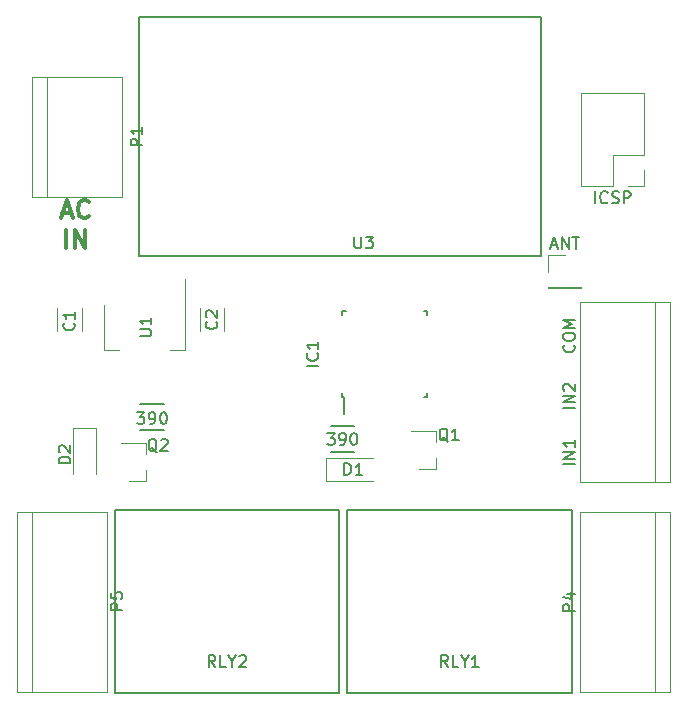
<source format=gto>
G04 #@! TF.FileFunction,Legend,Top*
%FSLAX46Y46*%
G04 Gerber Fmt 4.6, Leading zero omitted, Abs format (unit mm)*
G04 Created by KiCad (PCBNEW 4.0.5-e0-6337~49~ubuntu16.04.1) date Mon Jan 23 08:36:28 2017*
%MOMM*%
%LPD*%
G01*
G04 APERTURE LIST*
%ADD10C,0.100000*%
%ADD11C,0.300000*%
%ADD12C,0.120000*%
%ADD13C,0.150000*%
G04 APERTURE END LIST*
D10*
D11*
X109255857Y-80382000D02*
X109970143Y-80382000D01*
X109113000Y-80810571D02*
X109613000Y-79310571D01*
X110113000Y-80810571D01*
X111470143Y-80667714D02*
X111398714Y-80739143D01*
X111184428Y-80810571D01*
X111041571Y-80810571D01*
X110827286Y-80739143D01*
X110684428Y-80596286D01*
X110613000Y-80453429D01*
X110541571Y-80167714D01*
X110541571Y-79953429D01*
X110613000Y-79667714D01*
X110684428Y-79524857D01*
X110827286Y-79382000D01*
X111041571Y-79310571D01*
X111184428Y-79310571D01*
X111398714Y-79382000D01*
X111470143Y-79453429D01*
X109577286Y-83360571D02*
X109577286Y-81860571D01*
X110291572Y-83360571D02*
X110291572Y-81860571D01*
X111148715Y-83360571D01*
X111148715Y-81860571D01*
D12*
X108830000Y-88408000D02*
X108830000Y-90408000D01*
X110880000Y-90408000D02*
X110880000Y-88408000D01*
X120895000Y-88408000D02*
X120895000Y-90408000D01*
X122945000Y-90408000D02*
X122945000Y-88408000D01*
D13*
X133125000Y-95954000D02*
X133125000Y-97379000D01*
X132900000Y-88704000D02*
X132900000Y-89029000D01*
X140150000Y-88704000D02*
X140150000Y-89029000D01*
X140150000Y-95954000D02*
X140150000Y-95629000D01*
X132900000Y-95954000D02*
X132900000Y-95629000D01*
X140150000Y-95954000D02*
X139825000Y-95954000D01*
X140150000Y-88704000D02*
X139825000Y-88704000D01*
X132900000Y-88704000D02*
X133225000Y-88704000D01*
X132900000Y-95954000D02*
X133125000Y-95954000D01*
D12*
X106680000Y-68834000D02*
X106680000Y-78994000D01*
X114300000Y-68834000D02*
X106680000Y-68834000D01*
X114300000Y-78994000D02*
X114300000Y-68834000D01*
X106680000Y-78994000D02*
X114300000Y-78994000D01*
X107950000Y-78994000D02*
X107950000Y-68834000D01*
X150375000Y-83954000D02*
X151765000Y-83954000D01*
X150375000Y-85344000D02*
X150375000Y-83954000D01*
X153155000Y-86614000D02*
X150375000Y-86614000D01*
X153155000Y-86734000D02*
X153155000Y-86614000D01*
X150375000Y-86734000D02*
X153155000Y-86734000D01*
X150375000Y-86614000D02*
X150375000Y-86734000D01*
X158489000Y-78098000D02*
X157099000Y-78098000D01*
X158489000Y-76708000D02*
X158489000Y-78098000D01*
X155829000Y-75438000D02*
X158489000Y-75438000D01*
X155829000Y-78098000D02*
X155829000Y-75438000D01*
X153169000Y-78098000D02*
X155829000Y-78098000D01*
X153169000Y-70238000D02*
X153169000Y-78098000D01*
X158489000Y-70238000D02*
X153169000Y-70238000D01*
X158489000Y-75438000D02*
X158489000Y-70238000D01*
X160655000Y-120904000D02*
X153035000Y-120904000D01*
X160655000Y-105664000D02*
X153035000Y-105664000D01*
X159385000Y-120904000D02*
X159385000Y-105664000D01*
X153035000Y-120904000D02*
X153035000Y-105664000D01*
X160655000Y-120904000D02*
X160655000Y-105664000D01*
X105410000Y-105664000D02*
X105410000Y-120904000D01*
X113030000Y-105664000D02*
X113030000Y-120904000D01*
X106680000Y-105664000D02*
X106680000Y-120904000D01*
X105410000Y-120904000D02*
X113030000Y-120904000D01*
X105410000Y-105664000D02*
X113030000Y-105664000D01*
X160655000Y-103124000D02*
X160655000Y-87884000D01*
X153035000Y-103124000D02*
X153035000Y-87884000D01*
X159385000Y-103124000D02*
X159385000Y-87884000D01*
X160655000Y-87884000D02*
X153035000Y-87884000D01*
X160655000Y-103124000D02*
X153035000Y-103124000D01*
X140904500Y-102037000D02*
X140904500Y-101107000D01*
X140904500Y-98877000D02*
X140904500Y-99807000D01*
X140904500Y-98877000D02*
X138744500Y-98877000D01*
X140904500Y-102037000D02*
X139444500Y-102037000D01*
X116330000Y-103053000D02*
X114870000Y-103053000D01*
X116330000Y-99893000D02*
X114170000Y-99893000D01*
X116330000Y-99893000D02*
X116330000Y-100823000D01*
X116330000Y-103053000D02*
X116330000Y-102123000D01*
D13*
X131969000Y-98429500D02*
X133969000Y-98429500D01*
X133969000Y-100579500D02*
X131969000Y-100579500D01*
X115840000Y-96588000D02*
X117840000Y-96588000D01*
X117840000Y-98738000D02*
X115840000Y-98738000D01*
X133375000Y-105534000D02*
X152375000Y-105534000D01*
X152375000Y-105534000D02*
X152375000Y-121034000D01*
X152375000Y-121034000D02*
X133375000Y-121034000D01*
X133375000Y-121034000D02*
X133375000Y-105534000D01*
X132690000Y-105534000D02*
X132690000Y-121034000D01*
X113690000Y-105534000D02*
X132690000Y-105534000D01*
X113690000Y-121034000D02*
X113690000Y-105534000D01*
X132690000Y-121034000D02*
X113690000Y-121034000D01*
D12*
X119615000Y-85943000D02*
X119615000Y-91953000D01*
X112795000Y-88193000D02*
X112795000Y-91953000D01*
X119615000Y-91953000D02*
X118355000Y-91953000D01*
X112795000Y-91953000D02*
X114055000Y-91953000D01*
D13*
X115731001Y-84021001D02*
X149731001Y-84021001D01*
X149731001Y-63821001D02*
X115731001Y-63821001D01*
X149731001Y-63821001D02*
X149731001Y-84021001D01*
X115731001Y-84021001D02*
X115731001Y-63821001D01*
D12*
X131608000Y-101108000D02*
X131608000Y-103108000D01*
X131608000Y-103108000D02*
X135508000Y-103108000D01*
X131608000Y-101108000D02*
X135508000Y-101108000D01*
X112125000Y-98588000D02*
X112125000Y-102488000D01*
X110125000Y-98588000D02*
X110125000Y-102488000D01*
X112125000Y-98588000D02*
X110125000Y-98588000D01*
D13*
X110212143Y-89701666D02*
X110259762Y-89749285D01*
X110307381Y-89892142D01*
X110307381Y-89987380D01*
X110259762Y-90130238D01*
X110164524Y-90225476D01*
X110069286Y-90273095D01*
X109878810Y-90320714D01*
X109735952Y-90320714D01*
X109545476Y-90273095D01*
X109450238Y-90225476D01*
X109355000Y-90130238D01*
X109307381Y-89987380D01*
X109307381Y-89892142D01*
X109355000Y-89749285D01*
X109402619Y-89701666D01*
X110307381Y-88749285D02*
X110307381Y-89320714D01*
X110307381Y-89035000D02*
X109307381Y-89035000D01*
X109450238Y-89130238D01*
X109545476Y-89225476D01*
X109593095Y-89320714D01*
X122277143Y-89574666D02*
X122324762Y-89622285D01*
X122372381Y-89765142D01*
X122372381Y-89860380D01*
X122324762Y-90003238D01*
X122229524Y-90098476D01*
X122134286Y-90146095D01*
X121943810Y-90193714D01*
X121800952Y-90193714D01*
X121610476Y-90146095D01*
X121515238Y-90098476D01*
X121420000Y-90003238D01*
X121372381Y-89860380D01*
X121372381Y-89765142D01*
X121420000Y-89622285D01*
X121467619Y-89574666D01*
X121467619Y-89193714D02*
X121420000Y-89146095D01*
X121372381Y-89050857D01*
X121372381Y-88812761D01*
X121420000Y-88717523D01*
X121467619Y-88669904D01*
X121562857Y-88622285D01*
X121658095Y-88622285D01*
X121800952Y-88669904D01*
X122372381Y-89241333D01*
X122372381Y-88622285D01*
X130927381Y-93305190D02*
X129927381Y-93305190D01*
X130832143Y-92257571D02*
X130879762Y-92305190D01*
X130927381Y-92448047D01*
X130927381Y-92543285D01*
X130879762Y-92686143D01*
X130784524Y-92781381D01*
X130689286Y-92829000D01*
X130498810Y-92876619D01*
X130355952Y-92876619D01*
X130165476Y-92829000D01*
X130070238Y-92781381D01*
X129975000Y-92686143D01*
X129927381Y-92543285D01*
X129927381Y-92448047D01*
X129975000Y-92305190D01*
X130022619Y-92257571D01*
X130927381Y-91305190D02*
X130927381Y-91876619D01*
X130927381Y-91590905D02*
X129927381Y-91590905D01*
X130070238Y-91686143D01*
X130165476Y-91781381D01*
X130213095Y-91876619D01*
X116022381Y-74652095D02*
X115022381Y-74652095D01*
X115022381Y-74271142D01*
X115070000Y-74175904D01*
X115117619Y-74128285D01*
X115212857Y-74080666D01*
X115355714Y-74080666D01*
X115450952Y-74128285D01*
X115498571Y-74175904D01*
X115546190Y-74271142D01*
X115546190Y-74652095D01*
X116022381Y-73128285D02*
X116022381Y-73699714D01*
X116022381Y-73414000D02*
X115022381Y-73414000D01*
X115165238Y-73509238D01*
X115260476Y-73604476D01*
X115308095Y-73699714D01*
X150622143Y-83120667D02*
X151098334Y-83120667D01*
X150526905Y-83406381D02*
X150860238Y-82406381D01*
X151193572Y-83406381D01*
X151526905Y-83406381D02*
X151526905Y-82406381D01*
X152098334Y-83406381D01*
X152098334Y-82406381D01*
X152431667Y-82406381D02*
X153003096Y-82406381D01*
X152717381Y-83406381D02*
X152717381Y-82406381D01*
X154352810Y-79550381D02*
X154352810Y-78550381D01*
X155400429Y-79455143D02*
X155352810Y-79502762D01*
X155209953Y-79550381D01*
X155114715Y-79550381D01*
X154971857Y-79502762D01*
X154876619Y-79407524D01*
X154829000Y-79312286D01*
X154781381Y-79121810D01*
X154781381Y-78978952D01*
X154829000Y-78788476D01*
X154876619Y-78693238D01*
X154971857Y-78598000D01*
X155114715Y-78550381D01*
X155209953Y-78550381D01*
X155352810Y-78598000D01*
X155400429Y-78645619D01*
X155781381Y-79502762D02*
X155924238Y-79550381D01*
X156162334Y-79550381D01*
X156257572Y-79502762D01*
X156305191Y-79455143D01*
X156352810Y-79359905D01*
X156352810Y-79264667D01*
X156305191Y-79169429D01*
X156257572Y-79121810D01*
X156162334Y-79074190D01*
X155971857Y-79026571D01*
X155876619Y-78978952D01*
X155829000Y-78931333D01*
X155781381Y-78836095D01*
X155781381Y-78740857D01*
X155829000Y-78645619D01*
X155876619Y-78598000D01*
X155971857Y-78550381D01*
X156209953Y-78550381D01*
X156352810Y-78598000D01*
X156781381Y-79550381D02*
X156781381Y-78550381D01*
X157162334Y-78550381D01*
X157257572Y-78598000D01*
X157305191Y-78645619D01*
X157352810Y-78740857D01*
X157352810Y-78883714D01*
X157305191Y-78978952D01*
X157257572Y-79026571D01*
X157162334Y-79074190D01*
X156781381Y-79074190D01*
X152647381Y-114052095D02*
X151647381Y-114052095D01*
X151647381Y-113671142D01*
X151695000Y-113575904D01*
X151742619Y-113528285D01*
X151837857Y-113480666D01*
X151980714Y-113480666D01*
X152075952Y-113528285D01*
X152123571Y-113575904D01*
X152171190Y-113671142D01*
X152171190Y-114052095D01*
X151980714Y-112623523D02*
X152647381Y-112623523D01*
X151599762Y-112861619D02*
X152314048Y-113099714D01*
X152314048Y-112480666D01*
X114322381Y-113992095D02*
X113322381Y-113992095D01*
X113322381Y-113611142D01*
X113370000Y-113515904D01*
X113417619Y-113468285D01*
X113512857Y-113420666D01*
X113655714Y-113420666D01*
X113750952Y-113468285D01*
X113798571Y-113515904D01*
X113846190Y-113611142D01*
X113846190Y-113992095D01*
X113322381Y-112515904D02*
X113322381Y-112992095D01*
X113798571Y-113039714D01*
X113750952Y-112992095D01*
X113703333Y-112896857D01*
X113703333Y-112658761D01*
X113750952Y-112563523D01*
X113798571Y-112515904D01*
X113893810Y-112468285D01*
X114131905Y-112468285D01*
X114227143Y-112515904D01*
X114274762Y-112563523D01*
X114322381Y-112658761D01*
X114322381Y-112896857D01*
X114274762Y-112992095D01*
X114227143Y-113039714D01*
X152647381Y-101653048D02*
X151647381Y-101653048D01*
X152647381Y-101176858D02*
X151647381Y-101176858D01*
X152647381Y-100605429D01*
X151647381Y-100605429D01*
X152647381Y-99605429D02*
X152647381Y-100176858D01*
X152647381Y-99891144D02*
X151647381Y-99891144D01*
X151790238Y-99986382D01*
X151885476Y-100081620D01*
X151933095Y-100176858D01*
X152647381Y-96891143D02*
X151647381Y-96891143D01*
X152647381Y-96414953D02*
X151647381Y-96414953D01*
X152647381Y-95843524D01*
X151647381Y-95843524D01*
X151742619Y-95414953D02*
X151695000Y-95367334D01*
X151647381Y-95272096D01*
X151647381Y-95034000D01*
X151695000Y-94938762D01*
X151742619Y-94891143D01*
X151837857Y-94843524D01*
X151933095Y-94843524D01*
X152075952Y-94891143D01*
X152647381Y-95462572D01*
X152647381Y-94843524D01*
X152552143Y-91557809D02*
X152599762Y-91605428D01*
X152647381Y-91748285D01*
X152647381Y-91843523D01*
X152599762Y-91986381D01*
X152504524Y-92081619D01*
X152409286Y-92129238D01*
X152218810Y-92176857D01*
X152075952Y-92176857D01*
X151885476Y-92129238D01*
X151790238Y-92081619D01*
X151695000Y-91986381D01*
X151647381Y-91843523D01*
X151647381Y-91748285D01*
X151695000Y-91605428D01*
X151742619Y-91557809D01*
X151647381Y-90938762D02*
X151647381Y-90748285D01*
X151695000Y-90653047D01*
X151790238Y-90557809D01*
X151980714Y-90510190D01*
X152314048Y-90510190D01*
X152504524Y-90557809D01*
X152599762Y-90653047D01*
X152647381Y-90748285D01*
X152647381Y-90938762D01*
X152599762Y-91034000D01*
X152504524Y-91129238D01*
X152314048Y-91176857D01*
X151980714Y-91176857D01*
X151790238Y-91129238D01*
X151695000Y-91034000D01*
X151647381Y-90938762D01*
X152647381Y-90081619D02*
X151647381Y-90081619D01*
X152361667Y-89748285D01*
X151647381Y-89414952D01*
X152647381Y-89414952D01*
X141890762Y-99734619D02*
X141795524Y-99687000D01*
X141700286Y-99591762D01*
X141557429Y-99448905D01*
X141462190Y-99401286D01*
X141366952Y-99401286D01*
X141414571Y-99639381D02*
X141319333Y-99591762D01*
X141224095Y-99496524D01*
X141176476Y-99306048D01*
X141176476Y-98972714D01*
X141224095Y-98782238D01*
X141319333Y-98687000D01*
X141414571Y-98639381D01*
X141605048Y-98639381D01*
X141700286Y-98687000D01*
X141795524Y-98782238D01*
X141843143Y-98972714D01*
X141843143Y-99306048D01*
X141795524Y-99496524D01*
X141700286Y-99591762D01*
X141605048Y-99639381D01*
X141414571Y-99639381D01*
X142795524Y-99639381D02*
X142224095Y-99639381D01*
X142509809Y-99639381D02*
X142509809Y-98639381D01*
X142414571Y-98782238D01*
X142319333Y-98877476D01*
X142224095Y-98925095D01*
X117252762Y-100623619D02*
X117157524Y-100576000D01*
X117062286Y-100480762D01*
X116919429Y-100337905D01*
X116824190Y-100290286D01*
X116728952Y-100290286D01*
X116776571Y-100528381D02*
X116681333Y-100480762D01*
X116586095Y-100385524D01*
X116538476Y-100195048D01*
X116538476Y-99861714D01*
X116586095Y-99671238D01*
X116681333Y-99576000D01*
X116776571Y-99528381D01*
X116967048Y-99528381D01*
X117062286Y-99576000D01*
X117157524Y-99671238D01*
X117205143Y-99861714D01*
X117205143Y-100195048D01*
X117157524Y-100385524D01*
X117062286Y-100480762D01*
X116967048Y-100528381D01*
X116776571Y-100528381D01*
X117586095Y-99623619D02*
X117633714Y-99576000D01*
X117728952Y-99528381D01*
X117967048Y-99528381D01*
X118062286Y-99576000D01*
X118109905Y-99623619D01*
X118157524Y-99718857D01*
X118157524Y-99814095D01*
X118109905Y-99956952D01*
X117538476Y-100528381D01*
X118157524Y-100528381D01*
X131683286Y-99020381D02*
X132302334Y-99020381D01*
X131969000Y-99401333D01*
X132111858Y-99401333D01*
X132207096Y-99448952D01*
X132254715Y-99496571D01*
X132302334Y-99591810D01*
X132302334Y-99829905D01*
X132254715Y-99925143D01*
X132207096Y-99972762D01*
X132111858Y-100020381D01*
X131826143Y-100020381D01*
X131730905Y-99972762D01*
X131683286Y-99925143D01*
X132778524Y-100020381D02*
X132969000Y-100020381D01*
X133064239Y-99972762D01*
X133111858Y-99925143D01*
X133207096Y-99782286D01*
X133254715Y-99591810D01*
X133254715Y-99210857D01*
X133207096Y-99115619D01*
X133159477Y-99068000D01*
X133064239Y-99020381D01*
X132873762Y-99020381D01*
X132778524Y-99068000D01*
X132730905Y-99115619D01*
X132683286Y-99210857D01*
X132683286Y-99448952D01*
X132730905Y-99544190D01*
X132778524Y-99591810D01*
X132873762Y-99639429D01*
X133064239Y-99639429D01*
X133159477Y-99591810D01*
X133207096Y-99544190D01*
X133254715Y-99448952D01*
X133873762Y-99020381D02*
X133969001Y-99020381D01*
X134064239Y-99068000D01*
X134111858Y-99115619D01*
X134159477Y-99210857D01*
X134207096Y-99401333D01*
X134207096Y-99639429D01*
X134159477Y-99829905D01*
X134111858Y-99925143D01*
X134064239Y-99972762D01*
X133969001Y-100020381D01*
X133873762Y-100020381D01*
X133778524Y-99972762D01*
X133730905Y-99925143D01*
X133683286Y-99829905D01*
X133635667Y-99639429D01*
X133635667Y-99401333D01*
X133683286Y-99210857D01*
X133730905Y-99115619D01*
X133778524Y-99068000D01*
X133873762Y-99020381D01*
X115554286Y-97242381D02*
X116173334Y-97242381D01*
X115840000Y-97623333D01*
X115982858Y-97623333D01*
X116078096Y-97670952D01*
X116125715Y-97718571D01*
X116173334Y-97813810D01*
X116173334Y-98051905D01*
X116125715Y-98147143D01*
X116078096Y-98194762D01*
X115982858Y-98242381D01*
X115697143Y-98242381D01*
X115601905Y-98194762D01*
X115554286Y-98147143D01*
X116649524Y-98242381D02*
X116840000Y-98242381D01*
X116935239Y-98194762D01*
X116982858Y-98147143D01*
X117078096Y-98004286D01*
X117125715Y-97813810D01*
X117125715Y-97432857D01*
X117078096Y-97337619D01*
X117030477Y-97290000D01*
X116935239Y-97242381D01*
X116744762Y-97242381D01*
X116649524Y-97290000D01*
X116601905Y-97337619D01*
X116554286Y-97432857D01*
X116554286Y-97670952D01*
X116601905Y-97766190D01*
X116649524Y-97813810D01*
X116744762Y-97861429D01*
X116935239Y-97861429D01*
X117030477Y-97813810D01*
X117078096Y-97766190D01*
X117125715Y-97670952D01*
X117744762Y-97242381D02*
X117840001Y-97242381D01*
X117935239Y-97290000D01*
X117982858Y-97337619D01*
X118030477Y-97432857D01*
X118078096Y-97623333D01*
X118078096Y-97861429D01*
X118030477Y-98051905D01*
X117982858Y-98147143D01*
X117935239Y-98194762D01*
X117840001Y-98242381D01*
X117744762Y-98242381D01*
X117649524Y-98194762D01*
X117601905Y-98147143D01*
X117554286Y-98051905D01*
X117506667Y-97861429D01*
X117506667Y-97623333D01*
X117554286Y-97432857D01*
X117601905Y-97337619D01*
X117649524Y-97290000D01*
X117744762Y-97242381D01*
X141875000Y-118816381D02*
X141541666Y-118340190D01*
X141303571Y-118816381D02*
X141303571Y-117816381D01*
X141684524Y-117816381D01*
X141779762Y-117864000D01*
X141827381Y-117911619D01*
X141875000Y-118006857D01*
X141875000Y-118149714D01*
X141827381Y-118244952D01*
X141779762Y-118292571D01*
X141684524Y-118340190D01*
X141303571Y-118340190D01*
X142779762Y-118816381D02*
X142303571Y-118816381D01*
X142303571Y-117816381D01*
X143303571Y-118340190D02*
X143303571Y-118816381D01*
X142970238Y-117816381D02*
X143303571Y-118340190D01*
X143636905Y-117816381D01*
X144494048Y-118816381D02*
X143922619Y-118816381D01*
X144208333Y-118816381D02*
X144208333Y-117816381D01*
X144113095Y-117959238D01*
X144017857Y-118054476D01*
X143922619Y-118102095D01*
X122190000Y-118816381D02*
X121856666Y-118340190D01*
X121618571Y-118816381D02*
X121618571Y-117816381D01*
X121999524Y-117816381D01*
X122094762Y-117864000D01*
X122142381Y-117911619D01*
X122190000Y-118006857D01*
X122190000Y-118149714D01*
X122142381Y-118244952D01*
X122094762Y-118292571D01*
X121999524Y-118340190D01*
X121618571Y-118340190D01*
X123094762Y-118816381D02*
X122618571Y-118816381D01*
X122618571Y-117816381D01*
X123618571Y-118340190D02*
X123618571Y-118816381D01*
X123285238Y-117816381D02*
X123618571Y-118340190D01*
X123951905Y-117816381D01*
X124237619Y-117911619D02*
X124285238Y-117864000D01*
X124380476Y-117816381D01*
X124618572Y-117816381D01*
X124713810Y-117864000D01*
X124761429Y-117911619D01*
X124809048Y-118006857D01*
X124809048Y-118102095D01*
X124761429Y-118244952D01*
X124190000Y-118816381D01*
X124809048Y-118816381D01*
X115784381Y-90804905D02*
X116593905Y-90804905D01*
X116689143Y-90757286D01*
X116736762Y-90709667D01*
X116784381Y-90614429D01*
X116784381Y-90423952D01*
X116736762Y-90328714D01*
X116689143Y-90281095D01*
X116593905Y-90233476D01*
X115784381Y-90233476D01*
X116784381Y-89233476D02*
X116784381Y-89804905D01*
X116784381Y-89519191D02*
X115784381Y-89519191D01*
X115927238Y-89614429D01*
X116022476Y-89709667D01*
X116070095Y-89804905D01*
X133969096Y-82373382D02*
X133969096Y-83182906D01*
X134016715Y-83278144D01*
X134064334Y-83325763D01*
X134159572Y-83373382D01*
X134350049Y-83373382D01*
X134445287Y-83325763D01*
X134492906Y-83278144D01*
X134540525Y-83182906D01*
X134540525Y-82373382D01*
X134921477Y-82373382D02*
X135540525Y-82373382D01*
X135207191Y-82754334D01*
X135350049Y-82754334D01*
X135445287Y-82801953D01*
X135492906Y-82849572D01*
X135540525Y-82944811D01*
X135540525Y-83182906D01*
X135492906Y-83278144D01*
X135445287Y-83325763D01*
X135350049Y-83373382D01*
X135064334Y-83373382D01*
X134969096Y-83325763D01*
X134921477Y-83278144D01*
X133119905Y-102560381D02*
X133119905Y-101560381D01*
X133358000Y-101560381D01*
X133500858Y-101608000D01*
X133596096Y-101703238D01*
X133643715Y-101798476D01*
X133691334Y-101988952D01*
X133691334Y-102131810D01*
X133643715Y-102322286D01*
X133596096Y-102417524D01*
X133500858Y-102512762D01*
X133358000Y-102560381D01*
X133119905Y-102560381D01*
X134643715Y-102560381D02*
X134072286Y-102560381D01*
X134358000Y-102560381D02*
X134358000Y-101560381D01*
X134262762Y-101703238D01*
X134167524Y-101798476D01*
X134072286Y-101846095D01*
X109926381Y-101576095D02*
X108926381Y-101576095D01*
X108926381Y-101338000D01*
X108974000Y-101195142D01*
X109069238Y-101099904D01*
X109164476Y-101052285D01*
X109354952Y-101004666D01*
X109497810Y-101004666D01*
X109688286Y-101052285D01*
X109783524Y-101099904D01*
X109878762Y-101195142D01*
X109926381Y-101338000D01*
X109926381Y-101576095D01*
X109021619Y-100623714D02*
X108974000Y-100576095D01*
X108926381Y-100480857D01*
X108926381Y-100242761D01*
X108974000Y-100147523D01*
X109021619Y-100099904D01*
X109116857Y-100052285D01*
X109212095Y-100052285D01*
X109354952Y-100099904D01*
X109926381Y-100671333D01*
X109926381Y-100052285D01*
M02*

</source>
